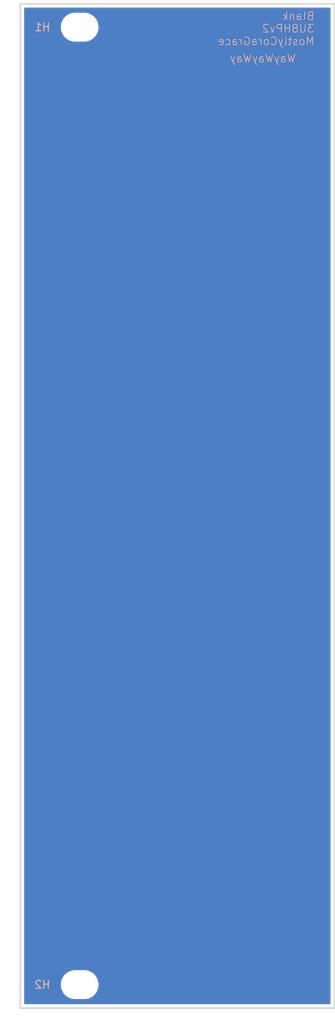
<source format=kicad_pcb>
(kicad_pcb (version 20241229) (generator "pcbnew") (generator_version "9.0")
  (layers (0 "F.Cu" signal) (2 "B.Cu" signal) (13 "F.Paste" user) (15 "B.Paste" user) (5 "F.SilkS" user "F.Silkscreen") (7 "B.SilkS" user "B.Silkscreen") (1 "F.Mask" user) (3 "B.Mask" user) (25 "Edge.Cuts" user))
  (net 0 "")
  (footprint "EXC:MountingHole_3.2mm_M3" (layer "F.Cu") (at 7.62 5.425)
    (property "Reference" "H1" (at -3.683 0 0) (layer "B.SilkS") (effects (justify left mirror)))
    (property "Value" "Eurorack_M3_MountingHole")
    (pad "" np_thru_hole oval (at 0 0) (size 4.34 3.2) (drill oval 4.34 3.2) (layers "*.Cu" "*.Mask"))
  )
  (footprint "EXC:MountingHole_3.2mm_M3" (layer "F.Cu") (at 7.62 127.925)
    (property "Reference" "H2" (at -3.683 0 0) (layer "B.SilkS") (effects (justify left mirror)))
    (property "Value" "Eurorack_M3_MountingHole")
    (pad "" np_thru_hole oval (at 0 0) (size 4.34 3.2) (drill oval 4.34 3.2) (layers "*.Cu" "*.Mask"))
  )
  (gr_rect (start 0 2.425) (end 40.3 130.925) (stroke (width 0.2)) (fill no) (layer "Edge.Cuts"))
  (gr_text "Blank\n3U8HPv2\nMostlyCoraGrace" (at 37.8 7.8 0) (layer "B.SilkS") (effects (font (size 1 1) (thickness 0.1)) (justify left bottom mirror)))
  (gr_text "WayWayWay" (at 35.4 10 0) (layer "B.SilkS") (effects (font (size 1 1) (thickness 0.1)) (justify left bottom mirror)))
  (zone (net 0) (net_name "") (layers "F.Cu" "B.Cu") (connect_pads (clearance 0.5)) (min_thickness 0.25) (fill yes (thermal_gap 0.5) (thermal_bridge_width 0.5) (island_removal_mode 1) (island_area_min 10))
    (polygon (pts (xy 0 2.425) (xy 40.3 2.425) (xy 40.3 130.925) (xy 0 130.925)))
  )
)
</source>
